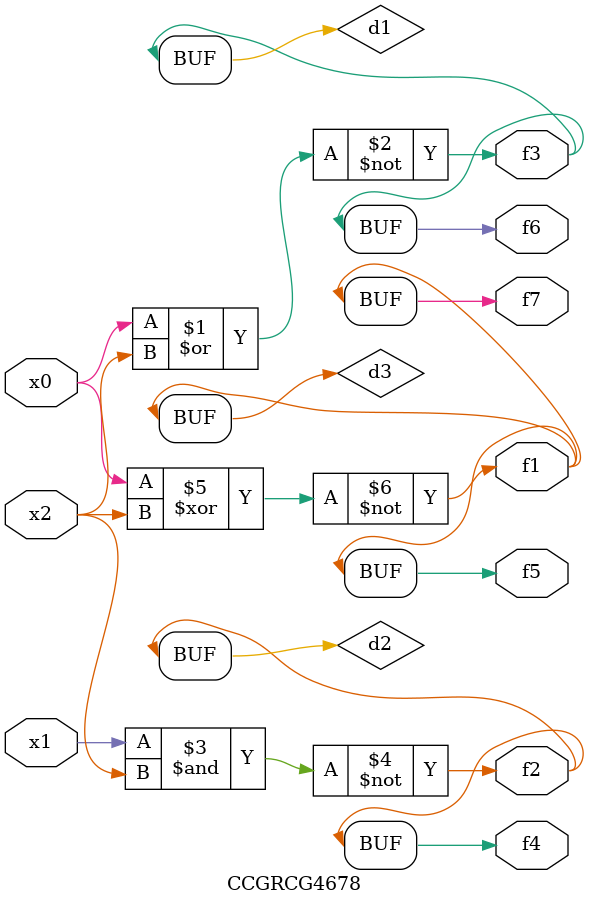
<source format=v>
module CCGRCG4678(
	input x0, x1, x2,
	output f1, f2, f3, f4, f5, f6, f7
);

	wire d1, d2, d3;

	nor (d1, x0, x2);
	nand (d2, x1, x2);
	xnor (d3, x0, x2);
	assign f1 = d3;
	assign f2 = d2;
	assign f3 = d1;
	assign f4 = d2;
	assign f5 = d3;
	assign f6 = d1;
	assign f7 = d3;
endmodule

</source>
